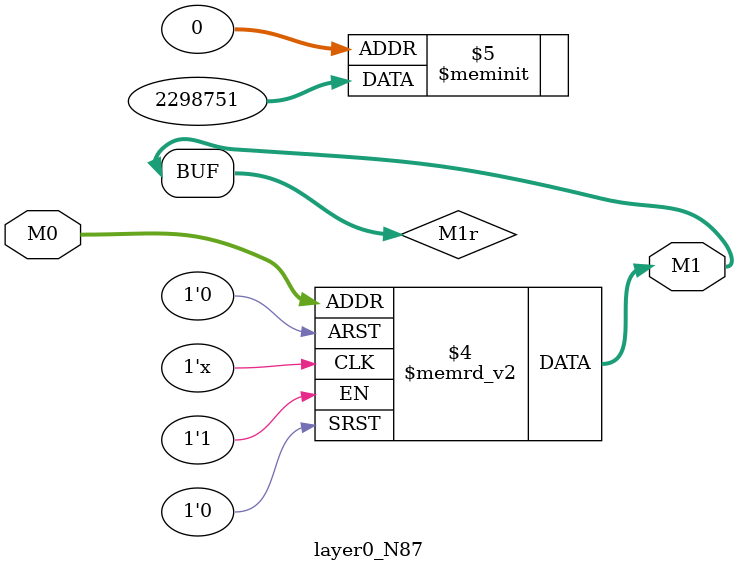
<source format=v>
module layer0_N87 ( input [3:0] M0, output [1:0] M1 );

	(*rom_style = "distributed" *) reg [1:0] M1r;
	assign M1 = M1r;
	always @ (M0) begin
		case (M0)
			4'b0000: M1r = 2'b11;
			4'b1000: M1r = 2'b11;
			4'b0100: M1r = 2'b11;
			4'b1100: M1r = 2'b00;
			4'b0010: M1r = 2'b11;
			4'b1010: M1r = 2'b10;
			4'b0110: M1r = 2'b01;
			4'b1110: M1r = 2'b00;
			4'b0001: M1r = 2'b11;
			4'b1001: M1r = 2'b00;
			4'b0101: M1r = 2'b00;
			4'b1101: M1r = 2'b00;
			4'b0011: M1r = 2'b01;
			4'b1011: M1r = 2'b00;
			4'b0111: M1r = 2'b00;
			4'b1111: M1r = 2'b00;

		endcase
	end
endmodule

</source>
